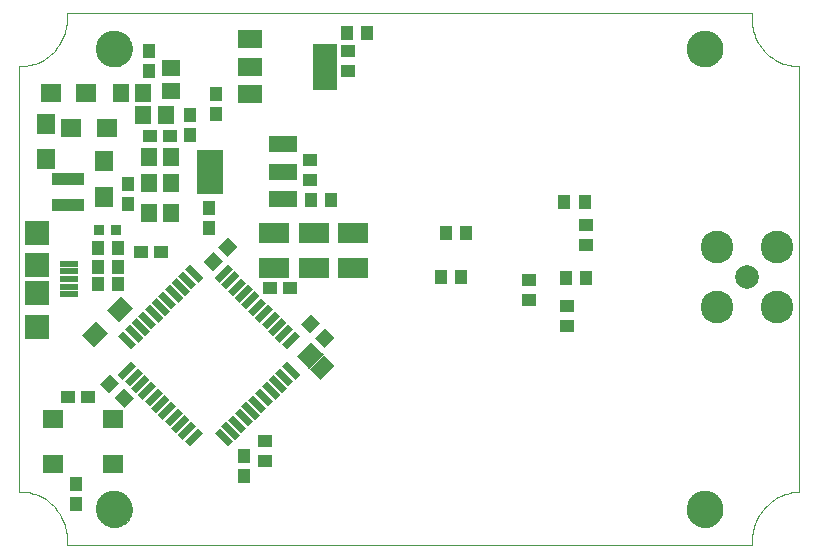
<source format=gts>
G75*
%MOIN*%
%OFA0B0*%
%FSLAX24Y24*%
%IPPOS*%
%LPD*%
%AMOC8*
5,1,8,0,0,1.08239X$1,22.5*
%
%ADD10R,0.0434X0.0473*%
%ADD11R,0.0473X0.0434*%
%ADD12R,0.0985X0.0670*%
%ADD13R,0.0591X0.0670*%
%ADD14R,0.0670X0.0591*%
%ADD15R,0.0827X0.0631*%
%ADD16R,0.0827X0.1536*%
%ADD17R,0.0920X0.0520*%
%ADD18R,0.0906X0.1457*%
%ADD19R,0.1103X0.0434*%
%ADD20R,0.0552X0.0631*%
%ADD21R,0.0631X0.0552*%
%ADD22R,0.0670X0.0631*%
%ADD23R,0.0500X0.0670*%
%ADD24R,0.0060X0.0720*%
%ADD25R,0.0631X0.0237*%
%ADD26R,0.0237X0.0631*%
%ADD27C,0.0790*%
%ADD28C,0.1090*%
%ADD29C,0.0000*%
%ADD30C,0.1221*%
%ADD31R,0.0788X0.0788*%
%ADD32R,0.0591X0.0197*%
%ADD33R,0.0355X0.0355*%
D10*
X005572Y002265D03*
X005572Y002935D03*
G36*
X007171Y005481D02*
X006864Y005788D01*
X007197Y006121D01*
X007504Y005814D01*
X007171Y005481D01*
G37*
G36*
X006697Y005954D02*
X006390Y006261D01*
X006723Y006594D01*
X007030Y006287D01*
X006697Y005954D01*
G37*
X011197Y003872D03*
X011197Y003203D03*
G36*
X013884Y008121D02*
X014191Y007814D01*
X013858Y007481D01*
X013551Y007788D01*
X013884Y008121D01*
G37*
G36*
X013411Y008594D02*
X013718Y008287D01*
X013385Y007954D01*
X013078Y008261D01*
X013411Y008594D01*
G37*
X010010Y011453D03*
X010010Y012122D03*
X007322Y012265D03*
X007322Y012935D03*
X009385Y014578D03*
X009385Y015247D03*
X010260Y015265D03*
X010260Y015935D03*
X008010Y016703D03*
X008010Y017372D03*
X014612Y017975D03*
X015282Y017975D03*
X014094Y012412D03*
X013425Y012412D03*
X017925Y011287D03*
X018594Y011287D03*
X018407Y009850D03*
X017737Y009850D03*
X021862Y012350D03*
X022532Y012350D03*
X022594Y009787D03*
X021925Y009787D03*
X006969Y009600D03*
X006300Y009600D03*
X006300Y010162D03*
X006300Y010787D03*
X006969Y010787D03*
X006969Y010162D03*
D11*
X007737Y010662D03*
X008407Y010662D03*
G36*
X009828Y010350D02*
X010161Y010683D01*
X010468Y010376D01*
X010135Y010043D01*
X009828Y010350D01*
G37*
G36*
X010301Y010824D02*
X010634Y011157D01*
X010941Y010850D01*
X010608Y010517D01*
X010301Y010824D01*
G37*
X012050Y009475D03*
X012719Y009475D03*
X013385Y013078D03*
X013385Y013747D03*
X014635Y016703D03*
X014635Y017372D03*
X008719Y014537D03*
X008050Y014537D03*
X005969Y005850D03*
X005300Y005850D03*
X011885Y004372D03*
X011885Y003703D03*
X020697Y009078D03*
X020697Y009747D03*
X021947Y008872D03*
X021947Y008203D03*
X022572Y010890D03*
X022572Y011560D03*
D12*
X014822Y011315D03*
X013510Y011315D03*
X012197Y011315D03*
X012197Y010134D03*
X013510Y010134D03*
X014822Y010134D03*
D13*
X006510Y012509D03*
X006510Y013690D03*
X004572Y013759D03*
X004572Y014940D03*
D14*
X005419Y014787D03*
X006600Y014787D03*
X005913Y015975D03*
X004731Y015975D03*
G36*
X006607Y008739D02*
X007080Y009212D01*
X007497Y008795D01*
X007024Y008322D01*
X006607Y008739D01*
G37*
G36*
X006662Y007960D02*
X006189Y007487D01*
X005772Y007904D01*
X006245Y008377D01*
X006662Y007960D01*
G37*
D15*
X011394Y015944D03*
X011394Y016850D03*
X011394Y017755D03*
D16*
X013875Y016850D03*
D17*
X012480Y014260D03*
X012480Y013350D03*
X012480Y012440D03*
D18*
X010039Y013350D03*
D19*
X005322Y013095D03*
X005322Y012229D03*
D20*
X008010Y011975D03*
X008759Y011975D03*
X008759Y012975D03*
X008010Y012975D03*
X008010Y013850D03*
X008759Y013850D03*
X008571Y015225D03*
X007823Y015225D03*
X007821Y015975D03*
X007073Y015975D03*
D21*
X008760Y016038D03*
X008760Y016786D03*
D22*
X006826Y005098D03*
X004818Y005098D03*
X004818Y003602D03*
X006826Y003602D03*
D23*
G36*
X013420Y007663D02*
X013773Y007310D01*
X013300Y006837D01*
X012947Y007190D01*
X013420Y007663D01*
G37*
G36*
X013844Y007238D02*
X014197Y006885D01*
X013724Y006412D01*
X013371Y006765D01*
X013844Y007238D01*
G37*
D24*
G36*
X013805Y007312D02*
X013847Y007270D01*
X013339Y006762D01*
X013297Y006804D01*
X013805Y007312D01*
G37*
D25*
G36*
X012877Y006418D02*
X012432Y006863D01*
X012599Y007030D01*
X013044Y006585D01*
X012877Y006418D01*
G37*
G36*
X012654Y006195D02*
X012209Y006640D01*
X012376Y006807D01*
X012821Y006362D01*
X012654Y006195D01*
G37*
G36*
X012431Y005972D02*
X011986Y006417D01*
X012153Y006584D01*
X012598Y006139D01*
X012431Y005972D01*
G37*
G36*
X012209Y005750D02*
X011764Y006195D01*
X011931Y006362D01*
X012376Y005917D01*
X012209Y005750D01*
G37*
G36*
X011986Y005527D02*
X011541Y005972D01*
X011708Y006139D01*
X012153Y005694D01*
X011986Y005527D01*
G37*
G36*
X011763Y005304D02*
X011318Y005749D01*
X011485Y005916D01*
X011930Y005471D01*
X011763Y005304D01*
G37*
G36*
X011540Y005082D02*
X011095Y005527D01*
X011262Y005694D01*
X011707Y005249D01*
X011540Y005082D01*
G37*
G36*
X011318Y004859D02*
X010873Y005304D01*
X011040Y005471D01*
X011485Y005026D01*
X011318Y004859D01*
G37*
G36*
X011095Y004636D02*
X010650Y005081D01*
X010817Y005248D01*
X011262Y004803D01*
X011095Y004636D01*
G37*
G36*
X010872Y004413D02*
X010427Y004858D01*
X010594Y005025D01*
X011039Y004580D01*
X010872Y004413D01*
G37*
G36*
X010650Y004191D02*
X010205Y004636D01*
X010372Y004803D01*
X010817Y004358D01*
X010650Y004191D01*
G37*
G36*
X007420Y007420D02*
X006975Y007865D01*
X007142Y008032D01*
X007587Y007587D01*
X007420Y007420D01*
G37*
G36*
X007643Y007643D02*
X007198Y008088D01*
X007365Y008255D01*
X007810Y007810D01*
X007643Y007643D01*
G37*
G36*
X007866Y007865D02*
X007421Y008310D01*
X007588Y008477D01*
X008033Y008032D01*
X007866Y007865D01*
G37*
G36*
X008088Y008088D02*
X007643Y008533D01*
X007810Y008700D01*
X008255Y008255D01*
X008088Y008088D01*
G37*
G36*
X008311Y008311D02*
X007866Y008756D01*
X008033Y008923D01*
X008478Y008478D01*
X008311Y008311D01*
G37*
G36*
X008534Y008534D02*
X008089Y008979D01*
X008256Y009146D01*
X008701Y008701D01*
X008534Y008534D01*
G37*
G36*
X008757Y008756D02*
X008312Y009201D01*
X008479Y009368D01*
X008924Y008923D01*
X008757Y008756D01*
G37*
G36*
X008979Y008979D02*
X008534Y009424D01*
X008701Y009591D01*
X009146Y009146D01*
X008979Y008979D01*
G37*
G36*
X009202Y009202D02*
X008757Y009647D01*
X008924Y009814D01*
X009369Y009369D01*
X009202Y009202D01*
G37*
G36*
X009425Y009424D02*
X008980Y009869D01*
X009147Y010036D01*
X009592Y009591D01*
X009425Y009424D01*
G37*
G36*
X009647Y009647D02*
X009202Y010092D01*
X009369Y010259D01*
X009814Y009814D01*
X009647Y009647D01*
G37*
D26*
G36*
X010372Y009647D02*
X010205Y009814D01*
X010650Y010259D01*
X010817Y010092D01*
X010372Y009647D01*
G37*
G36*
X010594Y009424D02*
X010427Y009591D01*
X010872Y010036D01*
X011039Y009869D01*
X010594Y009424D01*
G37*
G36*
X010817Y009202D02*
X010650Y009369D01*
X011095Y009814D01*
X011262Y009647D01*
X010817Y009202D01*
G37*
G36*
X011040Y008979D02*
X010873Y009146D01*
X011318Y009591D01*
X011485Y009424D01*
X011040Y008979D01*
G37*
G36*
X011262Y008756D02*
X011095Y008923D01*
X011540Y009368D01*
X011707Y009201D01*
X011262Y008756D01*
G37*
G36*
X011485Y008534D02*
X011318Y008701D01*
X011763Y009146D01*
X011930Y008979D01*
X011485Y008534D01*
G37*
G36*
X011708Y008311D02*
X011541Y008478D01*
X011986Y008923D01*
X012153Y008756D01*
X011708Y008311D01*
G37*
G36*
X011931Y008088D02*
X011764Y008255D01*
X012209Y008700D01*
X012376Y008533D01*
X011931Y008088D01*
G37*
G36*
X012153Y007865D02*
X011986Y008032D01*
X012431Y008477D01*
X012598Y008310D01*
X012153Y007865D01*
G37*
G36*
X012376Y007643D02*
X012209Y007810D01*
X012654Y008255D01*
X012821Y008088D01*
X012376Y007643D01*
G37*
G36*
X012599Y007420D02*
X012432Y007587D01*
X012877Y008032D01*
X013044Y007865D01*
X012599Y007420D01*
G37*
G36*
X008924Y004636D02*
X008757Y004803D01*
X009202Y005248D01*
X009369Y005081D01*
X008924Y004636D01*
G37*
G36*
X009147Y004413D02*
X008980Y004580D01*
X009425Y005025D01*
X009592Y004858D01*
X009147Y004413D01*
G37*
G36*
X009369Y004191D02*
X009202Y004358D01*
X009647Y004803D01*
X009814Y004636D01*
X009369Y004191D01*
G37*
G36*
X008701Y004859D02*
X008534Y005026D01*
X008979Y005471D01*
X009146Y005304D01*
X008701Y004859D01*
G37*
G36*
X008479Y005082D02*
X008312Y005249D01*
X008757Y005694D01*
X008924Y005527D01*
X008479Y005082D01*
G37*
G36*
X008256Y005304D02*
X008089Y005471D01*
X008534Y005916D01*
X008701Y005749D01*
X008256Y005304D01*
G37*
G36*
X008033Y005527D02*
X007866Y005694D01*
X008311Y006139D01*
X008478Y005972D01*
X008033Y005527D01*
G37*
G36*
X007810Y005750D02*
X007643Y005917D01*
X008088Y006362D01*
X008255Y006195D01*
X007810Y005750D01*
G37*
G36*
X007588Y005972D02*
X007421Y006139D01*
X007866Y006584D01*
X008033Y006417D01*
X007588Y005972D01*
G37*
G36*
X007365Y006195D02*
X007198Y006362D01*
X007643Y006807D01*
X007810Y006640D01*
X007365Y006195D01*
G37*
G36*
X007142Y006418D02*
X006975Y006585D01*
X007420Y007030D01*
X007587Y006863D01*
X007142Y006418D01*
G37*
D27*
X027949Y009838D03*
D28*
X028953Y008834D03*
X026945Y008834D03*
X026945Y010841D03*
X028953Y010841D03*
D29*
X005272Y001109D02*
X005270Y001186D01*
X005264Y001263D01*
X005255Y001340D01*
X005242Y001416D01*
X005225Y001492D01*
X005204Y001566D01*
X005180Y001640D01*
X005152Y001712D01*
X005121Y001782D01*
X005086Y001851D01*
X005048Y001919D01*
X005007Y001984D01*
X004962Y002047D01*
X004914Y002108D01*
X004864Y002167D01*
X004811Y002223D01*
X004755Y002276D01*
X004696Y002326D01*
X004635Y002374D01*
X004572Y002419D01*
X004507Y002460D01*
X004439Y002498D01*
X004370Y002533D01*
X004300Y002564D01*
X004228Y002592D01*
X004154Y002616D01*
X004080Y002637D01*
X004004Y002654D01*
X003928Y002667D01*
X003851Y002676D01*
X003774Y002682D01*
X003697Y002684D01*
X003697Y016857D01*
X003774Y016859D01*
X003851Y016865D01*
X003928Y016874D01*
X004004Y016887D01*
X004080Y016904D01*
X004154Y016925D01*
X004228Y016949D01*
X004300Y016977D01*
X004370Y017008D01*
X004439Y017043D01*
X004507Y017081D01*
X004572Y017122D01*
X004635Y017167D01*
X004696Y017215D01*
X004755Y017265D01*
X004811Y017318D01*
X004864Y017374D01*
X004914Y017433D01*
X004962Y017494D01*
X005007Y017557D01*
X005048Y017622D01*
X005086Y017690D01*
X005121Y017759D01*
X005152Y017829D01*
X005180Y017901D01*
X005204Y017975D01*
X005225Y018049D01*
X005242Y018125D01*
X005255Y018201D01*
X005264Y018278D01*
X005270Y018355D01*
X005272Y018432D01*
X005272Y018629D01*
X028106Y018629D01*
X028106Y018432D01*
X028108Y018355D01*
X028114Y018278D01*
X028123Y018201D01*
X028136Y018125D01*
X028153Y018049D01*
X028174Y017975D01*
X028198Y017901D01*
X028226Y017829D01*
X028257Y017759D01*
X028292Y017690D01*
X028330Y017622D01*
X028371Y017557D01*
X028416Y017494D01*
X028464Y017433D01*
X028514Y017374D01*
X028567Y017318D01*
X028623Y017265D01*
X028682Y017215D01*
X028743Y017167D01*
X028806Y017122D01*
X028871Y017081D01*
X028939Y017043D01*
X029008Y017008D01*
X029078Y016977D01*
X029150Y016949D01*
X029224Y016925D01*
X029298Y016904D01*
X029374Y016887D01*
X029450Y016874D01*
X029527Y016865D01*
X029604Y016859D01*
X029681Y016857D01*
X029681Y002684D01*
X029682Y002684D02*
X029602Y002678D01*
X029523Y002667D01*
X029444Y002653D01*
X029367Y002635D01*
X029290Y002614D01*
X029214Y002589D01*
X029140Y002560D01*
X029067Y002528D01*
X028995Y002492D01*
X028926Y002453D01*
X028858Y002411D01*
X028793Y002365D01*
X028729Y002317D01*
X028668Y002265D01*
X028610Y002211D01*
X028554Y002154D01*
X028501Y002094D01*
X028451Y002032D01*
X028404Y001968D01*
X028360Y001901D01*
X028319Y001833D01*
X028282Y001762D01*
X028248Y001690D01*
X028217Y001617D01*
X028190Y001541D01*
X028167Y001465D01*
X028147Y001388D01*
X028131Y001310D01*
X028119Y001231D01*
X028110Y001152D01*
X028105Y001072D01*
X028104Y000992D01*
X028107Y000913D01*
X028106Y000912D02*
X005272Y000912D01*
X005272Y001109D01*
X006256Y002094D02*
X006258Y002142D01*
X006264Y002190D01*
X006274Y002237D01*
X006287Y002283D01*
X006305Y002328D01*
X006325Y002372D01*
X006350Y002414D01*
X006378Y002453D01*
X006408Y002490D01*
X006442Y002524D01*
X006479Y002556D01*
X006517Y002585D01*
X006558Y002610D01*
X006601Y002632D01*
X006646Y002650D01*
X006692Y002664D01*
X006739Y002675D01*
X006787Y002682D01*
X006835Y002685D01*
X006883Y002684D01*
X006931Y002679D01*
X006979Y002670D01*
X007025Y002658D01*
X007070Y002641D01*
X007114Y002621D01*
X007156Y002598D01*
X007196Y002571D01*
X007234Y002541D01*
X007269Y002508D01*
X007301Y002472D01*
X007331Y002434D01*
X007357Y002393D01*
X007379Y002350D01*
X007399Y002306D01*
X007414Y002261D01*
X007426Y002214D01*
X007434Y002166D01*
X007438Y002118D01*
X007438Y002070D01*
X007434Y002022D01*
X007426Y001974D01*
X007414Y001927D01*
X007399Y001882D01*
X007379Y001838D01*
X007357Y001795D01*
X007331Y001754D01*
X007301Y001716D01*
X007269Y001680D01*
X007234Y001647D01*
X007196Y001617D01*
X007156Y001590D01*
X007114Y001567D01*
X007070Y001547D01*
X007025Y001530D01*
X006979Y001518D01*
X006931Y001509D01*
X006883Y001504D01*
X006835Y001503D01*
X006787Y001506D01*
X006739Y001513D01*
X006692Y001524D01*
X006646Y001538D01*
X006601Y001556D01*
X006558Y001578D01*
X006517Y001603D01*
X006479Y001632D01*
X006442Y001664D01*
X006408Y001698D01*
X006378Y001735D01*
X006350Y001774D01*
X006325Y001816D01*
X006305Y001860D01*
X006287Y001905D01*
X006274Y001951D01*
X006264Y001998D01*
X006258Y002046D01*
X006256Y002094D01*
X025941Y002094D02*
X025943Y002142D01*
X025949Y002190D01*
X025959Y002237D01*
X025972Y002283D01*
X025990Y002328D01*
X026010Y002372D01*
X026035Y002414D01*
X026063Y002453D01*
X026093Y002490D01*
X026127Y002524D01*
X026164Y002556D01*
X026202Y002585D01*
X026243Y002610D01*
X026286Y002632D01*
X026331Y002650D01*
X026377Y002664D01*
X026424Y002675D01*
X026472Y002682D01*
X026520Y002685D01*
X026568Y002684D01*
X026616Y002679D01*
X026664Y002670D01*
X026710Y002658D01*
X026755Y002641D01*
X026799Y002621D01*
X026841Y002598D01*
X026881Y002571D01*
X026919Y002541D01*
X026954Y002508D01*
X026986Y002472D01*
X027016Y002434D01*
X027042Y002393D01*
X027064Y002350D01*
X027084Y002306D01*
X027099Y002261D01*
X027111Y002214D01*
X027119Y002166D01*
X027123Y002118D01*
X027123Y002070D01*
X027119Y002022D01*
X027111Y001974D01*
X027099Y001927D01*
X027084Y001882D01*
X027064Y001838D01*
X027042Y001795D01*
X027016Y001754D01*
X026986Y001716D01*
X026954Y001680D01*
X026919Y001647D01*
X026881Y001617D01*
X026841Y001590D01*
X026799Y001567D01*
X026755Y001547D01*
X026710Y001530D01*
X026664Y001518D01*
X026616Y001509D01*
X026568Y001504D01*
X026520Y001503D01*
X026472Y001506D01*
X026424Y001513D01*
X026377Y001524D01*
X026331Y001538D01*
X026286Y001556D01*
X026243Y001578D01*
X026202Y001603D01*
X026164Y001632D01*
X026127Y001664D01*
X026093Y001698D01*
X026063Y001735D01*
X026035Y001774D01*
X026010Y001816D01*
X025990Y001860D01*
X025972Y001905D01*
X025959Y001951D01*
X025949Y001998D01*
X025943Y002046D01*
X025941Y002094D01*
X025941Y017448D02*
X025943Y017496D01*
X025949Y017544D01*
X025959Y017591D01*
X025972Y017637D01*
X025990Y017682D01*
X026010Y017726D01*
X026035Y017768D01*
X026063Y017807D01*
X026093Y017844D01*
X026127Y017878D01*
X026164Y017910D01*
X026202Y017939D01*
X026243Y017964D01*
X026286Y017986D01*
X026331Y018004D01*
X026377Y018018D01*
X026424Y018029D01*
X026472Y018036D01*
X026520Y018039D01*
X026568Y018038D01*
X026616Y018033D01*
X026664Y018024D01*
X026710Y018012D01*
X026755Y017995D01*
X026799Y017975D01*
X026841Y017952D01*
X026881Y017925D01*
X026919Y017895D01*
X026954Y017862D01*
X026986Y017826D01*
X027016Y017788D01*
X027042Y017747D01*
X027064Y017704D01*
X027084Y017660D01*
X027099Y017615D01*
X027111Y017568D01*
X027119Y017520D01*
X027123Y017472D01*
X027123Y017424D01*
X027119Y017376D01*
X027111Y017328D01*
X027099Y017281D01*
X027084Y017236D01*
X027064Y017192D01*
X027042Y017149D01*
X027016Y017108D01*
X026986Y017070D01*
X026954Y017034D01*
X026919Y017001D01*
X026881Y016971D01*
X026841Y016944D01*
X026799Y016921D01*
X026755Y016901D01*
X026710Y016884D01*
X026664Y016872D01*
X026616Y016863D01*
X026568Y016858D01*
X026520Y016857D01*
X026472Y016860D01*
X026424Y016867D01*
X026377Y016878D01*
X026331Y016892D01*
X026286Y016910D01*
X026243Y016932D01*
X026202Y016957D01*
X026164Y016986D01*
X026127Y017018D01*
X026093Y017052D01*
X026063Y017089D01*
X026035Y017128D01*
X026010Y017170D01*
X025990Y017214D01*
X025972Y017259D01*
X025959Y017305D01*
X025949Y017352D01*
X025943Y017400D01*
X025941Y017448D01*
X006256Y017448D02*
X006258Y017496D01*
X006264Y017544D01*
X006274Y017591D01*
X006287Y017637D01*
X006305Y017682D01*
X006325Y017726D01*
X006350Y017768D01*
X006378Y017807D01*
X006408Y017844D01*
X006442Y017878D01*
X006479Y017910D01*
X006517Y017939D01*
X006558Y017964D01*
X006601Y017986D01*
X006646Y018004D01*
X006692Y018018D01*
X006739Y018029D01*
X006787Y018036D01*
X006835Y018039D01*
X006883Y018038D01*
X006931Y018033D01*
X006979Y018024D01*
X007025Y018012D01*
X007070Y017995D01*
X007114Y017975D01*
X007156Y017952D01*
X007196Y017925D01*
X007234Y017895D01*
X007269Y017862D01*
X007301Y017826D01*
X007331Y017788D01*
X007357Y017747D01*
X007379Y017704D01*
X007399Y017660D01*
X007414Y017615D01*
X007426Y017568D01*
X007434Y017520D01*
X007438Y017472D01*
X007438Y017424D01*
X007434Y017376D01*
X007426Y017328D01*
X007414Y017281D01*
X007399Y017236D01*
X007379Y017192D01*
X007357Y017149D01*
X007331Y017108D01*
X007301Y017070D01*
X007269Y017034D01*
X007234Y017001D01*
X007196Y016971D01*
X007156Y016944D01*
X007114Y016921D01*
X007070Y016901D01*
X007025Y016884D01*
X006979Y016872D01*
X006931Y016863D01*
X006883Y016858D01*
X006835Y016857D01*
X006787Y016860D01*
X006739Y016867D01*
X006692Y016878D01*
X006646Y016892D01*
X006601Y016910D01*
X006558Y016932D01*
X006517Y016957D01*
X006479Y016986D01*
X006442Y017018D01*
X006408Y017052D01*
X006378Y017089D01*
X006350Y017128D01*
X006325Y017170D01*
X006305Y017214D01*
X006287Y017259D01*
X006274Y017305D01*
X006264Y017352D01*
X006258Y017400D01*
X006256Y017448D01*
D30*
X006847Y017448D03*
X026532Y017448D03*
X026532Y002094D03*
X006847Y002094D03*
D31*
X004268Y008176D03*
X004268Y009298D03*
X004268Y010243D03*
X004268Y011286D03*
D32*
X005351Y010282D03*
X005351Y010027D03*
X005351Y009771D03*
X005351Y009515D03*
X005351Y009259D03*
D33*
X006339Y011412D03*
X006930Y011412D03*
M02*

</source>
